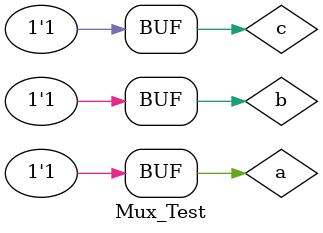
<source format=v>

module Mux(input a, b, sec, output out);
    assign out = a&(~sec) | b&sec;
endmodule

module Mux_Test();
    reg a = 0, b = 0, c = 0;
    wire out;
    Mux m(a, b, c, out);
    initial begin
      #10 c = 1;
      #10 b = 1;
      c = 0;
      #10 c = 1;
      b = 1;
      #10 a = 1;
      b = 0;
      c = 0;
      #10 c = 1;
      #10 b = 1;
      c = 0;
      #10 c = 1;
    end
    initial begin
      $monitor("a = %x b = %x sec = %x out = %x", a, b, c, out);
    end
endmodule
</source>
